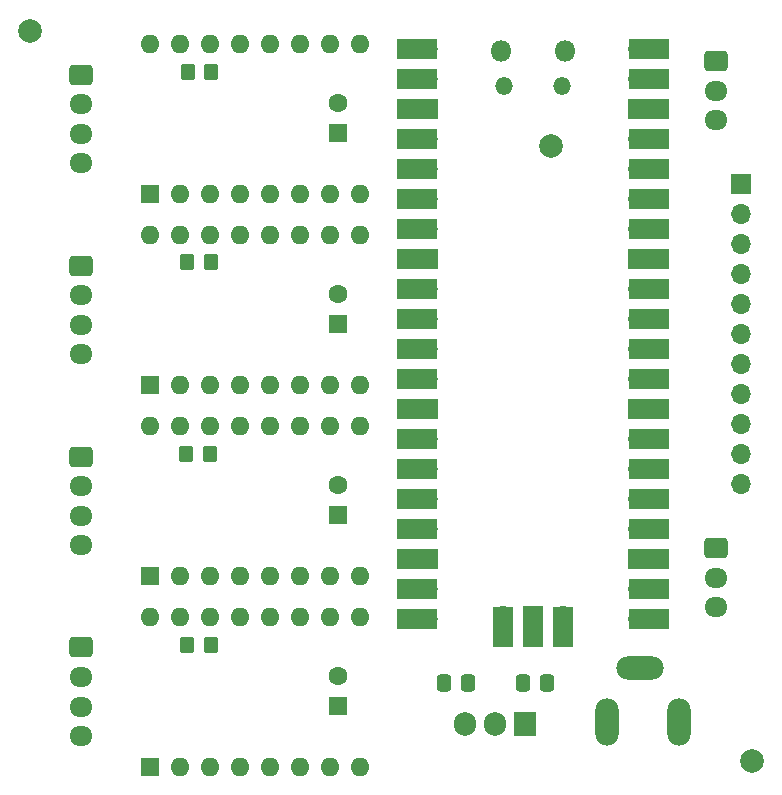
<source format=gts>
%TF.GenerationSoftware,KiCad,Pcbnew,7.0.7*%
%TF.CreationDate,2023-10-17T10:26:18-07:00*%
%TF.ProjectId,dev-board,6465762d-626f-4617-9264-2e6b69636164,rev?*%
%TF.SameCoordinates,Original*%
%TF.FileFunction,Soldermask,Top*%
%TF.FilePolarity,Negative*%
%FSLAX46Y46*%
G04 Gerber Fmt 4.6, Leading zero omitted, Abs format (unit mm)*
G04 Created by KiCad (PCBNEW 7.0.7) date 2023-10-17 10:26:18*
%MOMM*%
%LPD*%
G01*
G04 APERTURE LIST*
G04 Aperture macros list*
%AMRoundRect*
0 Rectangle with rounded corners*
0 $1 Rounding radius*
0 $2 $3 $4 $5 $6 $7 $8 $9 X,Y pos of 4 corners*
0 Add a 4 corners polygon primitive as box body*
4,1,4,$2,$3,$4,$5,$6,$7,$8,$9,$2,$3,0*
0 Add four circle primitives for the rounded corners*
1,1,$1+$1,$2,$3*
1,1,$1+$1,$4,$5*
1,1,$1+$1,$6,$7*
1,1,$1+$1,$8,$9*
0 Add four rect primitives between the rounded corners*
20,1,$1+$1,$2,$3,$4,$5,0*
20,1,$1+$1,$4,$5,$6,$7,0*
20,1,$1+$1,$6,$7,$8,$9,0*
20,1,$1+$1,$8,$9,$2,$3,0*%
G04 Aperture macros list end*
%ADD10C,2.000000*%
%ADD11RoundRect,0.250000X0.350000X0.450000X-0.350000X0.450000X-0.350000X-0.450000X0.350000X-0.450000X0*%
%ADD12R,1.600000X1.600000*%
%ADD13C,1.600000*%
%ADD14R,1.905000X2.000000*%
%ADD15O,1.905000X2.000000*%
%ADD16RoundRect,0.250000X-0.725000X0.600000X-0.725000X-0.600000X0.725000X-0.600000X0.725000X0.600000X0*%
%ADD17O,1.950000X1.700000*%
%ADD18O,2.000000X4.000000*%
%ADD19O,4.000000X2.000000*%
%ADD20O,1.600000X1.600000*%
%ADD21RoundRect,0.250000X0.337500X0.475000X-0.337500X0.475000X-0.337500X-0.475000X0.337500X-0.475000X0*%
%ADD22RoundRect,0.250000X-0.337500X-0.475000X0.337500X-0.475000X0.337500X0.475000X-0.337500X0.475000X0*%
%ADD23O,1.800000X1.800000*%
%ADD24O,1.500000X1.500000*%
%ADD25O,1.700000X1.700000*%
%ADD26R,3.500000X1.700000*%
%ADD27R,1.700000X1.700000*%
%ADD28R,1.700000X3.500000*%
G04 APERTURE END LIST*
D10*
%TO.C,FID3*%
X175450000Y-60150000D03*
%TD*%
%TO.C,FID2*%
X192500000Y-112200000D03*
%TD*%
%TO.C,FID1*%
X131400000Y-50400000D03*
%TD*%
D11*
%TO.C,R4*%
X146650000Y-102400000D03*
X144650000Y-102400000D03*
%TD*%
D12*
%TO.C,C4*%
X157460000Y-91369046D03*
D13*
X157460000Y-88869046D03*
%TD*%
D14*
%TO.C,U2*%
X173290000Y-109050000D03*
D15*
X170750000Y-109050000D03*
X168210000Y-109050000D03*
%TD*%
D16*
%TO.C,J1*%
X135650000Y-54110000D03*
D17*
X135650000Y-56610000D03*
X135650000Y-59110000D03*
X135650000Y-61610000D03*
%TD*%
D18*
%TO.C,J7*%
X180200000Y-108950000D03*
D19*
X183000000Y-104350000D03*
D18*
X186300000Y-108950000D03*
%TD*%
D16*
%TO.C,J5*%
X135650000Y-70273333D03*
D17*
X135650000Y-72773333D03*
X135650000Y-75273333D03*
X135650000Y-77773333D03*
%TD*%
D12*
%TO.C,A2*%
X141560000Y-80363333D03*
D20*
X144100000Y-80363333D03*
X146640000Y-80363333D03*
X149180000Y-80363333D03*
X151720000Y-80363333D03*
X154260000Y-80363333D03*
X156800000Y-80363333D03*
X159340000Y-80363333D03*
X159340000Y-67663333D03*
X156800000Y-67663333D03*
X154260000Y-67663333D03*
X151720000Y-67663333D03*
X149180000Y-67663333D03*
X146640000Y-67663333D03*
X144100000Y-67663333D03*
X141560000Y-67663333D03*
%TD*%
D11*
%TO.C,R3*%
X146600000Y-86200000D03*
X144600000Y-86200000D03*
%TD*%
D12*
%TO.C,C3*%
X157460000Y-107532380D03*
D13*
X157460000Y-105032380D03*
%TD*%
D21*
%TO.C,C5*%
X175137500Y-105600000D03*
X173062500Y-105600000D03*
%TD*%
D16*
%TO.C,J6*%
X135650000Y-102600000D03*
D17*
X135650000Y-105100000D03*
X135650000Y-107600000D03*
X135650000Y-110100000D03*
%TD*%
D20*
%TO.C,A1*%
X141560000Y-51500000D03*
X144100000Y-51500000D03*
X146640000Y-51500000D03*
X149180000Y-51500000D03*
X151720000Y-51500000D03*
X154260000Y-51500000D03*
X156800000Y-51500000D03*
X159340000Y-51500000D03*
X159340000Y-64200000D03*
X156800000Y-64200000D03*
X154260000Y-64200000D03*
X151720000Y-64200000D03*
X149180000Y-64200000D03*
X146640000Y-64200000D03*
X144100000Y-64200000D03*
D12*
X141560000Y-64200000D03*
%TD*%
%TO.C,C2*%
X157460000Y-75205713D03*
D13*
X157460000Y-72705713D03*
%TD*%
D12*
%TO.C,A3*%
X141560000Y-96526666D03*
D20*
X144100000Y-96526666D03*
X146640000Y-96526666D03*
X149180000Y-96526666D03*
X151720000Y-96526666D03*
X154260000Y-96526666D03*
X156800000Y-96526666D03*
X159340000Y-96526666D03*
X159340000Y-83826666D03*
X156800000Y-83826666D03*
X154260000Y-83826666D03*
X151720000Y-83826666D03*
X149180000Y-83826666D03*
X146640000Y-83826666D03*
X144100000Y-83826666D03*
X141560000Y-83826666D03*
%TD*%
D11*
%TO.C,R1*%
X146700000Y-53850000D03*
X144700000Y-53850000D03*
%TD*%
%TO.C,R2*%
X146650000Y-70000000D03*
X144650000Y-70000000D03*
%TD*%
D22*
%TO.C,C6*%
X166412500Y-105600000D03*
X168487500Y-105600000D03*
%TD*%
D23*
%TO.C,U1*%
X171215000Y-52060000D03*
D24*
X171515000Y-55090000D03*
X176365000Y-55090000D03*
D23*
X176665000Y-52060000D03*
D25*
X165050000Y-51930000D03*
D26*
X164150000Y-51930000D03*
D25*
X165050000Y-54470000D03*
D26*
X164150000Y-54470000D03*
D27*
X165050000Y-57010000D03*
D26*
X164150000Y-57010000D03*
D25*
X165050000Y-59550000D03*
D26*
X164150000Y-59550000D03*
D25*
X165050000Y-62090000D03*
D26*
X164150000Y-62090000D03*
D25*
X165050000Y-64630000D03*
D26*
X164150000Y-64630000D03*
D25*
X165050000Y-67170000D03*
D26*
X164150000Y-67170000D03*
D27*
X165050000Y-69710000D03*
D26*
X164150000Y-69710000D03*
D25*
X165050000Y-72250000D03*
D26*
X164150000Y-72250000D03*
D25*
X165050000Y-74790000D03*
D26*
X164150000Y-74790000D03*
D25*
X165050000Y-77330000D03*
D26*
X164150000Y-77330000D03*
D25*
X165050000Y-79870000D03*
D26*
X164150000Y-79870000D03*
D27*
X165050000Y-82410000D03*
D26*
X164150000Y-82410000D03*
D25*
X165050000Y-84950000D03*
D26*
X164150000Y-84950000D03*
D25*
X165050000Y-87490000D03*
D26*
X164150000Y-87490000D03*
D25*
X165050000Y-90030000D03*
D26*
X164150000Y-90030000D03*
D25*
X165050000Y-92570000D03*
D26*
X164150000Y-92570000D03*
D27*
X165050000Y-95110000D03*
D26*
X164150000Y-95110000D03*
D25*
X165050000Y-97650000D03*
D26*
X164150000Y-97650000D03*
D25*
X165050000Y-100190000D03*
D26*
X164150000Y-100190000D03*
D25*
X182830000Y-100190000D03*
D26*
X183730000Y-100190000D03*
D25*
X182830000Y-97650000D03*
D26*
X183730000Y-97650000D03*
D27*
X182830000Y-95110000D03*
D26*
X183730000Y-95110000D03*
D25*
X182830000Y-92570000D03*
D26*
X183730000Y-92570000D03*
D25*
X182830000Y-90030000D03*
D26*
X183730000Y-90030000D03*
D25*
X182830000Y-87490000D03*
D26*
X183730000Y-87490000D03*
D25*
X182830000Y-84950000D03*
D26*
X183730000Y-84950000D03*
D27*
X182830000Y-82410000D03*
D26*
X183730000Y-82410000D03*
D25*
X182830000Y-79870000D03*
D26*
X183730000Y-79870000D03*
D25*
X182830000Y-77330000D03*
D26*
X183730000Y-77330000D03*
D25*
X182830000Y-74790000D03*
D26*
X183730000Y-74790000D03*
D25*
X182830000Y-72250000D03*
D26*
X183730000Y-72250000D03*
D27*
X182830000Y-69710000D03*
D26*
X183730000Y-69710000D03*
D25*
X182830000Y-67170000D03*
D26*
X183730000Y-67170000D03*
D25*
X182830000Y-64630000D03*
D26*
X183730000Y-64630000D03*
D25*
X182830000Y-62090000D03*
D26*
X183730000Y-62090000D03*
D25*
X182830000Y-59550000D03*
D26*
X183730000Y-59550000D03*
D27*
X182830000Y-57010000D03*
D26*
X183730000Y-57010000D03*
D25*
X182830000Y-54470000D03*
D26*
X183730000Y-54470000D03*
D25*
X182830000Y-51930000D03*
D26*
X183730000Y-51930000D03*
D25*
X171400000Y-99960000D03*
D28*
X171400000Y-100860000D03*
D27*
X173940000Y-99960000D03*
D28*
X173940000Y-100860000D03*
D25*
X176480000Y-99960000D03*
D28*
X176480000Y-100860000D03*
%TD*%
D27*
%TO.C,J3*%
X191550000Y-63350000D03*
D25*
X191550000Y-65890000D03*
X191550000Y-68430000D03*
X191550000Y-70970000D03*
X191550000Y-73510000D03*
X191550000Y-76050000D03*
X191550000Y-78590000D03*
X191550000Y-81130000D03*
X191550000Y-83670000D03*
X191550000Y-86210000D03*
X191550000Y-88750000D03*
%TD*%
D12*
%TO.C,A4*%
X141560000Y-112690000D03*
D20*
X144100000Y-112690000D03*
X146640000Y-112690000D03*
X149180000Y-112690000D03*
X151720000Y-112690000D03*
X154260000Y-112690000D03*
X156800000Y-112690000D03*
X159340000Y-112690000D03*
X159340000Y-99990000D03*
X156800000Y-99990000D03*
X154260000Y-99990000D03*
X151720000Y-99990000D03*
X149180000Y-99990000D03*
X146640000Y-99990000D03*
X144100000Y-99990000D03*
X141560000Y-99990000D03*
%TD*%
D16*
%TO.C,J2*%
X189475000Y-52950000D03*
D17*
X189475000Y-55450000D03*
X189475000Y-57950000D03*
%TD*%
D16*
%TO.C,J4*%
X135650000Y-86436666D03*
D17*
X135650000Y-88936666D03*
X135650000Y-91436666D03*
X135650000Y-93936666D03*
%TD*%
%TO.C,J8*%
X189475000Y-99200000D03*
X189475000Y-96700000D03*
D16*
X189475000Y-94200000D03*
%TD*%
D12*
%TO.C,C1*%
X157460000Y-59042380D03*
D13*
X157460000Y-56542380D03*
%TD*%
M02*

</source>
